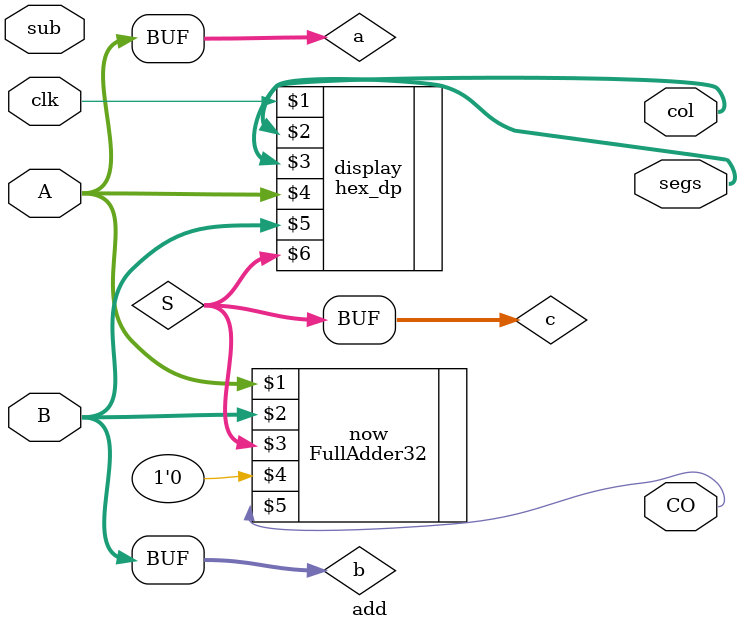
<source format=v>
`timescale 1ns / 1ps


module add(clk,A,B,CO,sub,segs,col);
    parameter n=4;
    input clk;
    input [n-1:0] A,B;input sub;
    output CO;
    output[7:0] segs;
    output[3:0] col;
    wire [n-1:0] S;
    FullAdder32 now(A,B,S,1'b0,CO);
    wire [3:0] a,b,c;
    assign a=A[3:0];
    assign b=B[3:0];
    assign c=S[3:0];
    hex_dp display(clk,col,segs,a,b,c);
endmodule

</source>
